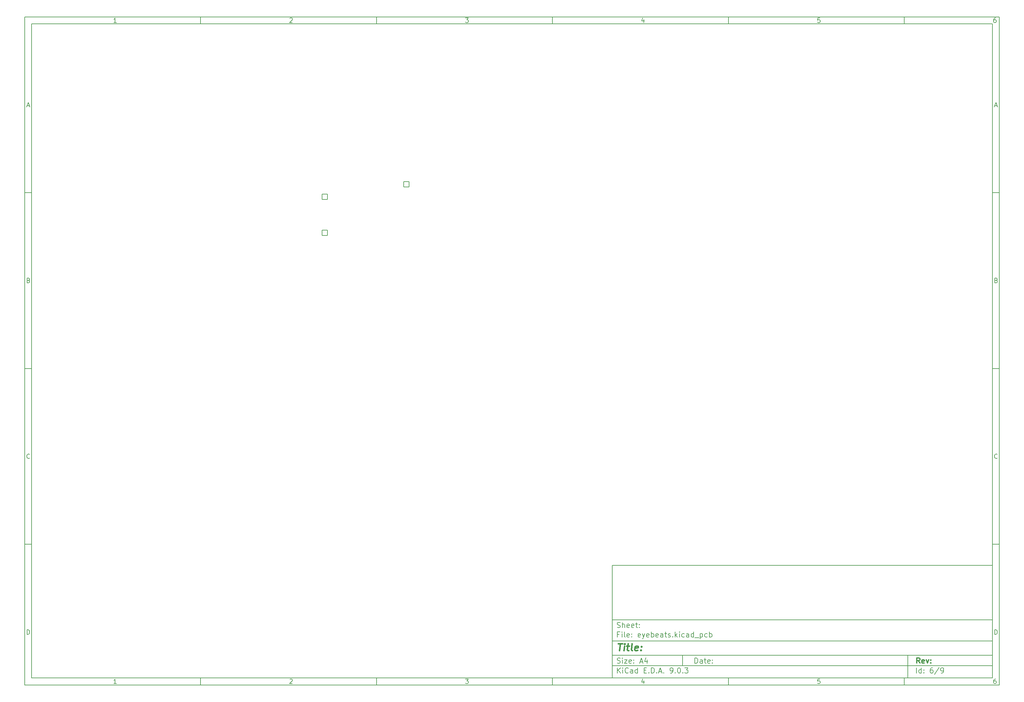
<source format=gbo>
%TF.GenerationSoftware,KiCad,Pcbnew,9.0.3*%
%TF.CreationDate,2025-08-03T00:48:55+01:00*%
%TF.ProjectId,eyebeats,65796562-6561-4747-932e-6b696361645f,rev?*%
%TF.SameCoordinates,Original*%
%TF.FileFunction,Legend,Bot*%
%TF.FilePolarity,Positive*%
%FSLAX46Y46*%
G04 Gerber Fmt 4.6, Leading zero omitted, Abs format (unit mm)*
G04 Created by KiCad (PCBNEW 9.0.3) date 2025-08-03 00:48:55*
%MOMM*%
%LPD*%
G01*
G04 APERTURE LIST*
G04 Aperture macros list*
%AMRoundRect*
0 Rectangle with rounded corners*
0 $1 Rounding radius*
0 $2 $3 $4 $5 $6 $7 $8 $9 X,Y pos of 4 corners*
0 Add a 4 corners polygon primitive as box body*
4,1,4,$2,$3,$4,$5,$6,$7,$8,$9,$2,$3,0*
0 Add four circle primitives for the rounded corners*
1,1,$1+$1,$2,$3*
1,1,$1+$1,$4,$5*
1,1,$1+$1,$6,$7*
1,1,$1+$1,$8,$9*
0 Add four rect primitives between the rounded corners*
20,1,$1+$1,$2,$3,$4,$5,0*
20,1,$1+$1,$4,$5,$6,$7,0*
20,1,$1+$1,$6,$7,$8,$9,0*
20,1,$1+$1,$8,$9,$2,$3,0*%
G04 Aperture macros list end*
%ADD10C,0.100000*%
%ADD11C,0.150000*%
%ADD12C,0.300000*%
%ADD13C,0.400000*%
%ADD14R,1.800000X1.800000*%
%ADD15C,1.800000*%
%ADD16C,1.400000*%
%ADD17C,1.524000*%
%ADD18C,3.000000*%
%ADD19RoundRect,0.102000X-0.754000X-0.754000X0.754000X-0.754000X0.754000X0.754000X-0.754000X0.754000X0*%
%ADD20C,1.712000*%
%ADD21RoundRect,0.102000X-0.749000X-0.749000X0.749000X-0.749000X0.749000X0.749000X-0.749000X0.749000X0*%
%ADD22C,1.702000*%
G04 APERTURE END LIST*
D10*
D11*
X177002200Y-166007200D02*
X285002200Y-166007200D01*
X285002200Y-198007200D01*
X177002200Y-198007200D01*
X177002200Y-166007200D01*
D10*
D11*
X10000000Y-10000000D02*
X287002200Y-10000000D01*
X287002200Y-200007200D01*
X10000000Y-200007200D01*
X10000000Y-10000000D01*
D10*
D11*
X12000000Y-12000000D02*
X285002200Y-12000000D01*
X285002200Y-198007200D01*
X12000000Y-198007200D01*
X12000000Y-12000000D01*
D10*
D11*
X60000000Y-12000000D02*
X60000000Y-10000000D01*
D10*
D11*
X110000000Y-12000000D02*
X110000000Y-10000000D01*
D10*
D11*
X160000000Y-12000000D02*
X160000000Y-10000000D01*
D10*
D11*
X210000000Y-12000000D02*
X210000000Y-10000000D01*
D10*
D11*
X260000000Y-12000000D02*
X260000000Y-10000000D01*
D10*
D11*
X36089160Y-11593604D02*
X35346303Y-11593604D01*
X35717731Y-11593604D02*
X35717731Y-10293604D01*
X35717731Y-10293604D02*
X35593922Y-10479319D01*
X35593922Y-10479319D02*
X35470112Y-10603128D01*
X35470112Y-10603128D02*
X35346303Y-10665033D01*
D10*
D11*
X85346303Y-10417414D02*
X85408207Y-10355509D01*
X85408207Y-10355509D02*
X85532017Y-10293604D01*
X85532017Y-10293604D02*
X85841541Y-10293604D01*
X85841541Y-10293604D02*
X85965350Y-10355509D01*
X85965350Y-10355509D02*
X86027255Y-10417414D01*
X86027255Y-10417414D02*
X86089160Y-10541223D01*
X86089160Y-10541223D02*
X86089160Y-10665033D01*
X86089160Y-10665033D02*
X86027255Y-10850747D01*
X86027255Y-10850747D02*
X85284398Y-11593604D01*
X85284398Y-11593604D02*
X86089160Y-11593604D01*
D10*
D11*
X135284398Y-10293604D02*
X136089160Y-10293604D01*
X136089160Y-10293604D02*
X135655826Y-10788842D01*
X135655826Y-10788842D02*
X135841541Y-10788842D01*
X135841541Y-10788842D02*
X135965350Y-10850747D01*
X135965350Y-10850747D02*
X136027255Y-10912652D01*
X136027255Y-10912652D02*
X136089160Y-11036461D01*
X136089160Y-11036461D02*
X136089160Y-11345985D01*
X136089160Y-11345985D02*
X136027255Y-11469795D01*
X136027255Y-11469795D02*
X135965350Y-11531700D01*
X135965350Y-11531700D02*
X135841541Y-11593604D01*
X135841541Y-11593604D02*
X135470112Y-11593604D01*
X135470112Y-11593604D02*
X135346303Y-11531700D01*
X135346303Y-11531700D02*
X135284398Y-11469795D01*
D10*
D11*
X185965350Y-10726938D02*
X185965350Y-11593604D01*
X185655826Y-10231700D02*
X185346303Y-11160271D01*
X185346303Y-11160271D02*
X186151064Y-11160271D01*
D10*
D11*
X236027255Y-10293604D02*
X235408207Y-10293604D01*
X235408207Y-10293604D02*
X235346303Y-10912652D01*
X235346303Y-10912652D02*
X235408207Y-10850747D01*
X235408207Y-10850747D02*
X235532017Y-10788842D01*
X235532017Y-10788842D02*
X235841541Y-10788842D01*
X235841541Y-10788842D02*
X235965350Y-10850747D01*
X235965350Y-10850747D02*
X236027255Y-10912652D01*
X236027255Y-10912652D02*
X236089160Y-11036461D01*
X236089160Y-11036461D02*
X236089160Y-11345985D01*
X236089160Y-11345985D02*
X236027255Y-11469795D01*
X236027255Y-11469795D02*
X235965350Y-11531700D01*
X235965350Y-11531700D02*
X235841541Y-11593604D01*
X235841541Y-11593604D02*
X235532017Y-11593604D01*
X235532017Y-11593604D02*
X235408207Y-11531700D01*
X235408207Y-11531700D02*
X235346303Y-11469795D01*
D10*
D11*
X285965350Y-10293604D02*
X285717731Y-10293604D01*
X285717731Y-10293604D02*
X285593922Y-10355509D01*
X285593922Y-10355509D02*
X285532017Y-10417414D01*
X285532017Y-10417414D02*
X285408207Y-10603128D01*
X285408207Y-10603128D02*
X285346303Y-10850747D01*
X285346303Y-10850747D02*
X285346303Y-11345985D01*
X285346303Y-11345985D02*
X285408207Y-11469795D01*
X285408207Y-11469795D02*
X285470112Y-11531700D01*
X285470112Y-11531700D02*
X285593922Y-11593604D01*
X285593922Y-11593604D02*
X285841541Y-11593604D01*
X285841541Y-11593604D02*
X285965350Y-11531700D01*
X285965350Y-11531700D02*
X286027255Y-11469795D01*
X286027255Y-11469795D02*
X286089160Y-11345985D01*
X286089160Y-11345985D02*
X286089160Y-11036461D01*
X286089160Y-11036461D02*
X286027255Y-10912652D01*
X286027255Y-10912652D02*
X285965350Y-10850747D01*
X285965350Y-10850747D02*
X285841541Y-10788842D01*
X285841541Y-10788842D02*
X285593922Y-10788842D01*
X285593922Y-10788842D02*
X285470112Y-10850747D01*
X285470112Y-10850747D02*
X285408207Y-10912652D01*
X285408207Y-10912652D02*
X285346303Y-11036461D01*
D10*
D11*
X60000000Y-198007200D02*
X60000000Y-200007200D01*
D10*
D11*
X110000000Y-198007200D02*
X110000000Y-200007200D01*
D10*
D11*
X160000000Y-198007200D02*
X160000000Y-200007200D01*
D10*
D11*
X210000000Y-198007200D02*
X210000000Y-200007200D01*
D10*
D11*
X260000000Y-198007200D02*
X260000000Y-200007200D01*
D10*
D11*
X36089160Y-199600804D02*
X35346303Y-199600804D01*
X35717731Y-199600804D02*
X35717731Y-198300804D01*
X35717731Y-198300804D02*
X35593922Y-198486519D01*
X35593922Y-198486519D02*
X35470112Y-198610328D01*
X35470112Y-198610328D02*
X35346303Y-198672233D01*
D10*
D11*
X85346303Y-198424614D02*
X85408207Y-198362709D01*
X85408207Y-198362709D02*
X85532017Y-198300804D01*
X85532017Y-198300804D02*
X85841541Y-198300804D01*
X85841541Y-198300804D02*
X85965350Y-198362709D01*
X85965350Y-198362709D02*
X86027255Y-198424614D01*
X86027255Y-198424614D02*
X86089160Y-198548423D01*
X86089160Y-198548423D02*
X86089160Y-198672233D01*
X86089160Y-198672233D02*
X86027255Y-198857947D01*
X86027255Y-198857947D02*
X85284398Y-199600804D01*
X85284398Y-199600804D02*
X86089160Y-199600804D01*
D10*
D11*
X135284398Y-198300804D02*
X136089160Y-198300804D01*
X136089160Y-198300804D02*
X135655826Y-198796042D01*
X135655826Y-198796042D02*
X135841541Y-198796042D01*
X135841541Y-198796042D02*
X135965350Y-198857947D01*
X135965350Y-198857947D02*
X136027255Y-198919852D01*
X136027255Y-198919852D02*
X136089160Y-199043661D01*
X136089160Y-199043661D02*
X136089160Y-199353185D01*
X136089160Y-199353185D02*
X136027255Y-199476995D01*
X136027255Y-199476995D02*
X135965350Y-199538900D01*
X135965350Y-199538900D02*
X135841541Y-199600804D01*
X135841541Y-199600804D02*
X135470112Y-199600804D01*
X135470112Y-199600804D02*
X135346303Y-199538900D01*
X135346303Y-199538900D02*
X135284398Y-199476995D01*
D10*
D11*
X185965350Y-198734138D02*
X185965350Y-199600804D01*
X185655826Y-198238900D02*
X185346303Y-199167471D01*
X185346303Y-199167471D02*
X186151064Y-199167471D01*
D10*
D11*
X236027255Y-198300804D02*
X235408207Y-198300804D01*
X235408207Y-198300804D02*
X235346303Y-198919852D01*
X235346303Y-198919852D02*
X235408207Y-198857947D01*
X235408207Y-198857947D02*
X235532017Y-198796042D01*
X235532017Y-198796042D02*
X235841541Y-198796042D01*
X235841541Y-198796042D02*
X235965350Y-198857947D01*
X235965350Y-198857947D02*
X236027255Y-198919852D01*
X236027255Y-198919852D02*
X236089160Y-199043661D01*
X236089160Y-199043661D02*
X236089160Y-199353185D01*
X236089160Y-199353185D02*
X236027255Y-199476995D01*
X236027255Y-199476995D02*
X235965350Y-199538900D01*
X235965350Y-199538900D02*
X235841541Y-199600804D01*
X235841541Y-199600804D02*
X235532017Y-199600804D01*
X235532017Y-199600804D02*
X235408207Y-199538900D01*
X235408207Y-199538900D02*
X235346303Y-199476995D01*
D10*
D11*
X285965350Y-198300804D02*
X285717731Y-198300804D01*
X285717731Y-198300804D02*
X285593922Y-198362709D01*
X285593922Y-198362709D02*
X285532017Y-198424614D01*
X285532017Y-198424614D02*
X285408207Y-198610328D01*
X285408207Y-198610328D02*
X285346303Y-198857947D01*
X285346303Y-198857947D02*
X285346303Y-199353185D01*
X285346303Y-199353185D02*
X285408207Y-199476995D01*
X285408207Y-199476995D02*
X285470112Y-199538900D01*
X285470112Y-199538900D02*
X285593922Y-199600804D01*
X285593922Y-199600804D02*
X285841541Y-199600804D01*
X285841541Y-199600804D02*
X285965350Y-199538900D01*
X285965350Y-199538900D02*
X286027255Y-199476995D01*
X286027255Y-199476995D02*
X286089160Y-199353185D01*
X286089160Y-199353185D02*
X286089160Y-199043661D01*
X286089160Y-199043661D02*
X286027255Y-198919852D01*
X286027255Y-198919852D02*
X285965350Y-198857947D01*
X285965350Y-198857947D02*
X285841541Y-198796042D01*
X285841541Y-198796042D02*
X285593922Y-198796042D01*
X285593922Y-198796042D02*
X285470112Y-198857947D01*
X285470112Y-198857947D02*
X285408207Y-198919852D01*
X285408207Y-198919852D02*
X285346303Y-199043661D01*
D10*
D11*
X10000000Y-60000000D02*
X12000000Y-60000000D01*
D10*
D11*
X10000000Y-110000000D02*
X12000000Y-110000000D01*
D10*
D11*
X10000000Y-160000000D02*
X12000000Y-160000000D01*
D10*
D11*
X10690476Y-35222176D02*
X11309523Y-35222176D01*
X10566666Y-35593604D02*
X10999999Y-34293604D01*
X10999999Y-34293604D02*
X11433333Y-35593604D01*
D10*
D11*
X11092857Y-84912652D02*
X11278571Y-84974557D01*
X11278571Y-84974557D02*
X11340476Y-85036461D01*
X11340476Y-85036461D02*
X11402380Y-85160271D01*
X11402380Y-85160271D02*
X11402380Y-85345985D01*
X11402380Y-85345985D02*
X11340476Y-85469795D01*
X11340476Y-85469795D02*
X11278571Y-85531700D01*
X11278571Y-85531700D02*
X11154761Y-85593604D01*
X11154761Y-85593604D02*
X10659523Y-85593604D01*
X10659523Y-85593604D02*
X10659523Y-84293604D01*
X10659523Y-84293604D02*
X11092857Y-84293604D01*
X11092857Y-84293604D02*
X11216666Y-84355509D01*
X11216666Y-84355509D02*
X11278571Y-84417414D01*
X11278571Y-84417414D02*
X11340476Y-84541223D01*
X11340476Y-84541223D02*
X11340476Y-84665033D01*
X11340476Y-84665033D02*
X11278571Y-84788842D01*
X11278571Y-84788842D02*
X11216666Y-84850747D01*
X11216666Y-84850747D02*
X11092857Y-84912652D01*
X11092857Y-84912652D02*
X10659523Y-84912652D01*
D10*
D11*
X11402380Y-135469795D02*
X11340476Y-135531700D01*
X11340476Y-135531700D02*
X11154761Y-135593604D01*
X11154761Y-135593604D02*
X11030952Y-135593604D01*
X11030952Y-135593604D02*
X10845238Y-135531700D01*
X10845238Y-135531700D02*
X10721428Y-135407890D01*
X10721428Y-135407890D02*
X10659523Y-135284080D01*
X10659523Y-135284080D02*
X10597619Y-135036461D01*
X10597619Y-135036461D02*
X10597619Y-134850747D01*
X10597619Y-134850747D02*
X10659523Y-134603128D01*
X10659523Y-134603128D02*
X10721428Y-134479319D01*
X10721428Y-134479319D02*
X10845238Y-134355509D01*
X10845238Y-134355509D02*
X11030952Y-134293604D01*
X11030952Y-134293604D02*
X11154761Y-134293604D01*
X11154761Y-134293604D02*
X11340476Y-134355509D01*
X11340476Y-134355509D02*
X11402380Y-134417414D01*
D10*
D11*
X10659523Y-185593604D02*
X10659523Y-184293604D01*
X10659523Y-184293604D02*
X10969047Y-184293604D01*
X10969047Y-184293604D02*
X11154761Y-184355509D01*
X11154761Y-184355509D02*
X11278571Y-184479319D01*
X11278571Y-184479319D02*
X11340476Y-184603128D01*
X11340476Y-184603128D02*
X11402380Y-184850747D01*
X11402380Y-184850747D02*
X11402380Y-185036461D01*
X11402380Y-185036461D02*
X11340476Y-185284080D01*
X11340476Y-185284080D02*
X11278571Y-185407890D01*
X11278571Y-185407890D02*
X11154761Y-185531700D01*
X11154761Y-185531700D02*
X10969047Y-185593604D01*
X10969047Y-185593604D02*
X10659523Y-185593604D01*
D10*
D11*
X287002200Y-60000000D02*
X285002200Y-60000000D01*
D10*
D11*
X287002200Y-110000000D02*
X285002200Y-110000000D01*
D10*
D11*
X287002200Y-160000000D02*
X285002200Y-160000000D01*
D10*
D11*
X285692676Y-35222176D02*
X286311723Y-35222176D01*
X285568866Y-35593604D02*
X286002199Y-34293604D01*
X286002199Y-34293604D02*
X286435533Y-35593604D01*
D10*
D11*
X286095057Y-84912652D02*
X286280771Y-84974557D01*
X286280771Y-84974557D02*
X286342676Y-85036461D01*
X286342676Y-85036461D02*
X286404580Y-85160271D01*
X286404580Y-85160271D02*
X286404580Y-85345985D01*
X286404580Y-85345985D02*
X286342676Y-85469795D01*
X286342676Y-85469795D02*
X286280771Y-85531700D01*
X286280771Y-85531700D02*
X286156961Y-85593604D01*
X286156961Y-85593604D02*
X285661723Y-85593604D01*
X285661723Y-85593604D02*
X285661723Y-84293604D01*
X285661723Y-84293604D02*
X286095057Y-84293604D01*
X286095057Y-84293604D02*
X286218866Y-84355509D01*
X286218866Y-84355509D02*
X286280771Y-84417414D01*
X286280771Y-84417414D02*
X286342676Y-84541223D01*
X286342676Y-84541223D02*
X286342676Y-84665033D01*
X286342676Y-84665033D02*
X286280771Y-84788842D01*
X286280771Y-84788842D02*
X286218866Y-84850747D01*
X286218866Y-84850747D02*
X286095057Y-84912652D01*
X286095057Y-84912652D02*
X285661723Y-84912652D01*
D10*
D11*
X286404580Y-135469795D02*
X286342676Y-135531700D01*
X286342676Y-135531700D02*
X286156961Y-135593604D01*
X286156961Y-135593604D02*
X286033152Y-135593604D01*
X286033152Y-135593604D02*
X285847438Y-135531700D01*
X285847438Y-135531700D02*
X285723628Y-135407890D01*
X285723628Y-135407890D02*
X285661723Y-135284080D01*
X285661723Y-135284080D02*
X285599819Y-135036461D01*
X285599819Y-135036461D02*
X285599819Y-134850747D01*
X285599819Y-134850747D02*
X285661723Y-134603128D01*
X285661723Y-134603128D02*
X285723628Y-134479319D01*
X285723628Y-134479319D02*
X285847438Y-134355509D01*
X285847438Y-134355509D02*
X286033152Y-134293604D01*
X286033152Y-134293604D02*
X286156961Y-134293604D01*
X286156961Y-134293604D02*
X286342676Y-134355509D01*
X286342676Y-134355509D02*
X286404580Y-134417414D01*
D10*
D11*
X285661723Y-185593604D02*
X285661723Y-184293604D01*
X285661723Y-184293604D02*
X285971247Y-184293604D01*
X285971247Y-184293604D02*
X286156961Y-184355509D01*
X286156961Y-184355509D02*
X286280771Y-184479319D01*
X286280771Y-184479319D02*
X286342676Y-184603128D01*
X286342676Y-184603128D02*
X286404580Y-184850747D01*
X286404580Y-184850747D02*
X286404580Y-185036461D01*
X286404580Y-185036461D02*
X286342676Y-185284080D01*
X286342676Y-185284080D02*
X286280771Y-185407890D01*
X286280771Y-185407890D02*
X286156961Y-185531700D01*
X286156961Y-185531700D02*
X285971247Y-185593604D01*
X285971247Y-185593604D02*
X285661723Y-185593604D01*
D10*
D11*
X200458026Y-193793328D02*
X200458026Y-192293328D01*
X200458026Y-192293328D02*
X200815169Y-192293328D01*
X200815169Y-192293328D02*
X201029455Y-192364757D01*
X201029455Y-192364757D02*
X201172312Y-192507614D01*
X201172312Y-192507614D02*
X201243741Y-192650471D01*
X201243741Y-192650471D02*
X201315169Y-192936185D01*
X201315169Y-192936185D02*
X201315169Y-193150471D01*
X201315169Y-193150471D02*
X201243741Y-193436185D01*
X201243741Y-193436185D02*
X201172312Y-193579042D01*
X201172312Y-193579042D02*
X201029455Y-193721900D01*
X201029455Y-193721900D02*
X200815169Y-193793328D01*
X200815169Y-193793328D02*
X200458026Y-193793328D01*
X202600884Y-193793328D02*
X202600884Y-193007614D01*
X202600884Y-193007614D02*
X202529455Y-192864757D01*
X202529455Y-192864757D02*
X202386598Y-192793328D01*
X202386598Y-192793328D02*
X202100884Y-192793328D01*
X202100884Y-192793328D02*
X201958026Y-192864757D01*
X202600884Y-193721900D02*
X202458026Y-193793328D01*
X202458026Y-193793328D02*
X202100884Y-193793328D01*
X202100884Y-193793328D02*
X201958026Y-193721900D01*
X201958026Y-193721900D02*
X201886598Y-193579042D01*
X201886598Y-193579042D02*
X201886598Y-193436185D01*
X201886598Y-193436185D02*
X201958026Y-193293328D01*
X201958026Y-193293328D02*
X202100884Y-193221900D01*
X202100884Y-193221900D02*
X202458026Y-193221900D01*
X202458026Y-193221900D02*
X202600884Y-193150471D01*
X203100884Y-192793328D02*
X203672312Y-192793328D01*
X203315169Y-192293328D02*
X203315169Y-193579042D01*
X203315169Y-193579042D02*
X203386598Y-193721900D01*
X203386598Y-193721900D02*
X203529455Y-193793328D01*
X203529455Y-193793328D02*
X203672312Y-193793328D01*
X204743741Y-193721900D02*
X204600884Y-193793328D01*
X204600884Y-193793328D02*
X204315170Y-193793328D01*
X204315170Y-193793328D02*
X204172312Y-193721900D01*
X204172312Y-193721900D02*
X204100884Y-193579042D01*
X204100884Y-193579042D02*
X204100884Y-193007614D01*
X204100884Y-193007614D02*
X204172312Y-192864757D01*
X204172312Y-192864757D02*
X204315170Y-192793328D01*
X204315170Y-192793328D02*
X204600884Y-192793328D01*
X204600884Y-192793328D02*
X204743741Y-192864757D01*
X204743741Y-192864757D02*
X204815170Y-193007614D01*
X204815170Y-193007614D02*
X204815170Y-193150471D01*
X204815170Y-193150471D02*
X204100884Y-193293328D01*
X205458026Y-193650471D02*
X205529455Y-193721900D01*
X205529455Y-193721900D02*
X205458026Y-193793328D01*
X205458026Y-193793328D02*
X205386598Y-193721900D01*
X205386598Y-193721900D02*
X205458026Y-193650471D01*
X205458026Y-193650471D02*
X205458026Y-193793328D01*
X205458026Y-192864757D02*
X205529455Y-192936185D01*
X205529455Y-192936185D02*
X205458026Y-193007614D01*
X205458026Y-193007614D02*
X205386598Y-192936185D01*
X205386598Y-192936185D02*
X205458026Y-192864757D01*
X205458026Y-192864757D02*
X205458026Y-193007614D01*
D10*
D11*
X177002200Y-194507200D02*
X285002200Y-194507200D01*
D10*
D11*
X178458026Y-196593328D02*
X178458026Y-195093328D01*
X179315169Y-196593328D02*
X178672312Y-195736185D01*
X179315169Y-195093328D02*
X178458026Y-195950471D01*
X179958026Y-196593328D02*
X179958026Y-195593328D01*
X179958026Y-195093328D02*
X179886598Y-195164757D01*
X179886598Y-195164757D02*
X179958026Y-195236185D01*
X179958026Y-195236185D02*
X180029455Y-195164757D01*
X180029455Y-195164757D02*
X179958026Y-195093328D01*
X179958026Y-195093328D02*
X179958026Y-195236185D01*
X181529455Y-196450471D02*
X181458027Y-196521900D01*
X181458027Y-196521900D02*
X181243741Y-196593328D01*
X181243741Y-196593328D02*
X181100884Y-196593328D01*
X181100884Y-196593328D02*
X180886598Y-196521900D01*
X180886598Y-196521900D02*
X180743741Y-196379042D01*
X180743741Y-196379042D02*
X180672312Y-196236185D01*
X180672312Y-196236185D02*
X180600884Y-195950471D01*
X180600884Y-195950471D02*
X180600884Y-195736185D01*
X180600884Y-195736185D02*
X180672312Y-195450471D01*
X180672312Y-195450471D02*
X180743741Y-195307614D01*
X180743741Y-195307614D02*
X180886598Y-195164757D01*
X180886598Y-195164757D02*
X181100884Y-195093328D01*
X181100884Y-195093328D02*
X181243741Y-195093328D01*
X181243741Y-195093328D02*
X181458027Y-195164757D01*
X181458027Y-195164757D02*
X181529455Y-195236185D01*
X182815170Y-196593328D02*
X182815170Y-195807614D01*
X182815170Y-195807614D02*
X182743741Y-195664757D01*
X182743741Y-195664757D02*
X182600884Y-195593328D01*
X182600884Y-195593328D02*
X182315170Y-195593328D01*
X182315170Y-195593328D02*
X182172312Y-195664757D01*
X182815170Y-196521900D02*
X182672312Y-196593328D01*
X182672312Y-196593328D02*
X182315170Y-196593328D01*
X182315170Y-196593328D02*
X182172312Y-196521900D01*
X182172312Y-196521900D02*
X182100884Y-196379042D01*
X182100884Y-196379042D02*
X182100884Y-196236185D01*
X182100884Y-196236185D02*
X182172312Y-196093328D01*
X182172312Y-196093328D02*
X182315170Y-196021900D01*
X182315170Y-196021900D02*
X182672312Y-196021900D01*
X182672312Y-196021900D02*
X182815170Y-195950471D01*
X184172313Y-196593328D02*
X184172313Y-195093328D01*
X184172313Y-196521900D02*
X184029455Y-196593328D01*
X184029455Y-196593328D02*
X183743741Y-196593328D01*
X183743741Y-196593328D02*
X183600884Y-196521900D01*
X183600884Y-196521900D02*
X183529455Y-196450471D01*
X183529455Y-196450471D02*
X183458027Y-196307614D01*
X183458027Y-196307614D02*
X183458027Y-195879042D01*
X183458027Y-195879042D02*
X183529455Y-195736185D01*
X183529455Y-195736185D02*
X183600884Y-195664757D01*
X183600884Y-195664757D02*
X183743741Y-195593328D01*
X183743741Y-195593328D02*
X184029455Y-195593328D01*
X184029455Y-195593328D02*
X184172313Y-195664757D01*
X186029455Y-195807614D02*
X186529455Y-195807614D01*
X186743741Y-196593328D02*
X186029455Y-196593328D01*
X186029455Y-196593328D02*
X186029455Y-195093328D01*
X186029455Y-195093328D02*
X186743741Y-195093328D01*
X187386598Y-196450471D02*
X187458027Y-196521900D01*
X187458027Y-196521900D02*
X187386598Y-196593328D01*
X187386598Y-196593328D02*
X187315170Y-196521900D01*
X187315170Y-196521900D02*
X187386598Y-196450471D01*
X187386598Y-196450471D02*
X187386598Y-196593328D01*
X188100884Y-196593328D02*
X188100884Y-195093328D01*
X188100884Y-195093328D02*
X188458027Y-195093328D01*
X188458027Y-195093328D02*
X188672313Y-195164757D01*
X188672313Y-195164757D02*
X188815170Y-195307614D01*
X188815170Y-195307614D02*
X188886599Y-195450471D01*
X188886599Y-195450471D02*
X188958027Y-195736185D01*
X188958027Y-195736185D02*
X188958027Y-195950471D01*
X188958027Y-195950471D02*
X188886599Y-196236185D01*
X188886599Y-196236185D02*
X188815170Y-196379042D01*
X188815170Y-196379042D02*
X188672313Y-196521900D01*
X188672313Y-196521900D02*
X188458027Y-196593328D01*
X188458027Y-196593328D02*
X188100884Y-196593328D01*
X189600884Y-196450471D02*
X189672313Y-196521900D01*
X189672313Y-196521900D02*
X189600884Y-196593328D01*
X189600884Y-196593328D02*
X189529456Y-196521900D01*
X189529456Y-196521900D02*
X189600884Y-196450471D01*
X189600884Y-196450471D02*
X189600884Y-196593328D01*
X190243742Y-196164757D02*
X190958028Y-196164757D01*
X190100885Y-196593328D02*
X190600885Y-195093328D01*
X190600885Y-195093328D02*
X191100885Y-196593328D01*
X191600884Y-196450471D02*
X191672313Y-196521900D01*
X191672313Y-196521900D02*
X191600884Y-196593328D01*
X191600884Y-196593328D02*
X191529456Y-196521900D01*
X191529456Y-196521900D02*
X191600884Y-196450471D01*
X191600884Y-196450471D02*
X191600884Y-196593328D01*
X193529456Y-196593328D02*
X193815170Y-196593328D01*
X193815170Y-196593328D02*
X193958027Y-196521900D01*
X193958027Y-196521900D02*
X194029456Y-196450471D01*
X194029456Y-196450471D02*
X194172313Y-196236185D01*
X194172313Y-196236185D02*
X194243742Y-195950471D01*
X194243742Y-195950471D02*
X194243742Y-195379042D01*
X194243742Y-195379042D02*
X194172313Y-195236185D01*
X194172313Y-195236185D02*
X194100885Y-195164757D01*
X194100885Y-195164757D02*
X193958027Y-195093328D01*
X193958027Y-195093328D02*
X193672313Y-195093328D01*
X193672313Y-195093328D02*
X193529456Y-195164757D01*
X193529456Y-195164757D02*
X193458027Y-195236185D01*
X193458027Y-195236185D02*
X193386599Y-195379042D01*
X193386599Y-195379042D02*
X193386599Y-195736185D01*
X193386599Y-195736185D02*
X193458027Y-195879042D01*
X193458027Y-195879042D02*
X193529456Y-195950471D01*
X193529456Y-195950471D02*
X193672313Y-196021900D01*
X193672313Y-196021900D02*
X193958027Y-196021900D01*
X193958027Y-196021900D02*
X194100885Y-195950471D01*
X194100885Y-195950471D02*
X194172313Y-195879042D01*
X194172313Y-195879042D02*
X194243742Y-195736185D01*
X194886598Y-196450471D02*
X194958027Y-196521900D01*
X194958027Y-196521900D02*
X194886598Y-196593328D01*
X194886598Y-196593328D02*
X194815170Y-196521900D01*
X194815170Y-196521900D02*
X194886598Y-196450471D01*
X194886598Y-196450471D02*
X194886598Y-196593328D01*
X195886599Y-195093328D02*
X196029456Y-195093328D01*
X196029456Y-195093328D02*
X196172313Y-195164757D01*
X196172313Y-195164757D02*
X196243742Y-195236185D01*
X196243742Y-195236185D02*
X196315170Y-195379042D01*
X196315170Y-195379042D02*
X196386599Y-195664757D01*
X196386599Y-195664757D02*
X196386599Y-196021900D01*
X196386599Y-196021900D02*
X196315170Y-196307614D01*
X196315170Y-196307614D02*
X196243742Y-196450471D01*
X196243742Y-196450471D02*
X196172313Y-196521900D01*
X196172313Y-196521900D02*
X196029456Y-196593328D01*
X196029456Y-196593328D02*
X195886599Y-196593328D01*
X195886599Y-196593328D02*
X195743742Y-196521900D01*
X195743742Y-196521900D02*
X195672313Y-196450471D01*
X195672313Y-196450471D02*
X195600884Y-196307614D01*
X195600884Y-196307614D02*
X195529456Y-196021900D01*
X195529456Y-196021900D02*
X195529456Y-195664757D01*
X195529456Y-195664757D02*
X195600884Y-195379042D01*
X195600884Y-195379042D02*
X195672313Y-195236185D01*
X195672313Y-195236185D02*
X195743742Y-195164757D01*
X195743742Y-195164757D02*
X195886599Y-195093328D01*
X197029455Y-196450471D02*
X197100884Y-196521900D01*
X197100884Y-196521900D02*
X197029455Y-196593328D01*
X197029455Y-196593328D02*
X196958027Y-196521900D01*
X196958027Y-196521900D02*
X197029455Y-196450471D01*
X197029455Y-196450471D02*
X197029455Y-196593328D01*
X197600884Y-195093328D02*
X198529456Y-195093328D01*
X198529456Y-195093328D02*
X198029456Y-195664757D01*
X198029456Y-195664757D02*
X198243741Y-195664757D01*
X198243741Y-195664757D02*
X198386599Y-195736185D01*
X198386599Y-195736185D02*
X198458027Y-195807614D01*
X198458027Y-195807614D02*
X198529456Y-195950471D01*
X198529456Y-195950471D02*
X198529456Y-196307614D01*
X198529456Y-196307614D02*
X198458027Y-196450471D01*
X198458027Y-196450471D02*
X198386599Y-196521900D01*
X198386599Y-196521900D02*
X198243741Y-196593328D01*
X198243741Y-196593328D02*
X197815170Y-196593328D01*
X197815170Y-196593328D02*
X197672313Y-196521900D01*
X197672313Y-196521900D02*
X197600884Y-196450471D01*
D10*
D11*
X177002200Y-191507200D02*
X285002200Y-191507200D01*
D10*
D12*
X264413853Y-193785528D02*
X263913853Y-193071242D01*
X263556710Y-193785528D02*
X263556710Y-192285528D01*
X263556710Y-192285528D02*
X264128139Y-192285528D01*
X264128139Y-192285528D02*
X264270996Y-192356957D01*
X264270996Y-192356957D02*
X264342425Y-192428385D01*
X264342425Y-192428385D02*
X264413853Y-192571242D01*
X264413853Y-192571242D02*
X264413853Y-192785528D01*
X264413853Y-192785528D02*
X264342425Y-192928385D01*
X264342425Y-192928385D02*
X264270996Y-192999814D01*
X264270996Y-192999814D02*
X264128139Y-193071242D01*
X264128139Y-193071242D02*
X263556710Y-193071242D01*
X265628139Y-193714100D02*
X265485282Y-193785528D01*
X265485282Y-193785528D02*
X265199568Y-193785528D01*
X265199568Y-193785528D02*
X265056710Y-193714100D01*
X265056710Y-193714100D02*
X264985282Y-193571242D01*
X264985282Y-193571242D02*
X264985282Y-192999814D01*
X264985282Y-192999814D02*
X265056710Y-192856957D01*
X265056710Y-192856957D02*
X265199568Y-192785528D01*
X265199568Y-192785528D02*
X265485282Y-192785528D01*
X265485282Y-192785528D02*
X265628139Y-192856957D01*
X265628139Y-192856957D02*
X265699568Y-192999814D01*
X265699568Y-192999814D02*
X265699568Y-193142671D01*
X265699568Y-193142671D02*
X264985282Y-193285528D01*
X266199567Y-192785528D02*
X266556710Y-193785528D01*
X266556710Y-193785528D02*
X266913853Y-192785528D01*
X267485281Y-193642671D02*
X267556710Y-193714100D01*
X267556710Y-193714100D02*
X267485281Y-193785528D01*
X267485281Y-193785528D02*
X267413853Y-193714100D01*
X267413853Y-193714100D02*
X267485281Y-193642671D01*
X267485281Y-193642671D02*
X267485281Y-193785528D01*
X267485281Y-192856957D02*
X267556710Y-192928385D01*
X267556710Y-192928385D02*
X267485281Y-192999814D01*
X267485281Y-192999814D02*
X267413853Y-192928385D01*
X267413853Y-192928385D02*
X267485281Y-192856957D01*
X267485281Y-192856957D02*
X267485281Y-192999814D01*
D10*
D11*
X178386598Y-193721900D02*
X178600884Y-193793328D01*
X178600884Y-193793328D02*
X178958026Y-193793328D01*
X178958026Y-193793328D02*
X179100884Y-193721900D01*
X179100884Y-193721900D02*
X179172312Y-193650471D01*
X179172312Y-193650471D02*
X179243741Y-193507614D01*
X179243741Y-193507614D02*
X179243741Y-193364757D01*
X179243741Y-193364757D02*
X179172312Y-193221900D01*
X179172312Y-193221900D02*
X179100884Y-193150471D01*
X179100884Y-193150471D02*
X178958026Y-193079042D01*
X178958026Y-193079042D02*
X178672312Y-193007614D01*
X178672312Y-193007614D02*
X178529455Y-192936185D01*
X178529455Y-192936185D02*
X178458026Y-192864757D01*
X178458026Y-192864757D02*
X178386598Y-192721900D01*
X178386598Y-192721900D02*
X178386598Y-192579042D01*
X178386598Y-192579042D02*
X178458026Y-192436185D01*
X178458026Y-192436185D02*
X178529455Y-192364757D01*
X178529455Y-192364757D02*
X178672312Y-192293328D01*
X178672312Y-192293328D02*
X179029455Y-192293328D01*
X179029455Y-192293328D02*
X179243741Y-192364757D01*
X179886597Y-193793328D02*
X179886597Y-192793328D01*
X179886597Y-192293328D02*
X179815169Y-192364757D01*
X179815169Y-192364757D02*
X179886597Y-192436185D01*
X179886597Y-192436185D02*
X179958026Y-192364757D01*
X179958026Y-192364757D02*
X179886597Y-192293328D01*
X179886597Y-192293328D02*
X179886597Y-192436185D01*
X180458026Y-192793328D02*
X181243741Y-192793328D01*
X181243741Y-192793328D02*
X180458026Y-193793328D01*
X180458026Y-193793328D02*
X181243741Y-193793328D01*
X182386598Y-193721900D02*
X182243741Y-193793328D01*
X182243741Y-193793328D02*
X181958027Y-193793328D01*
X181958027Y-193793328D02*
X181815169Y-193721900D01*
X181815169Y-193721900D02*
X181743741Y-193579042D01*
X181743741Y-193579042D02*
X181743741Y-193007614D01*
X181743741Y-193007614D02*
X181815169Y-192864757D01*
X181815169Y-192864757D02*
X181958027Y-192793328D01*
X181958027Y-192793328D02*
X182243741Y-192793328D01*
X182243741Y-192793328D02*
X182386598Y-192864757D01*
X182386598Y-192864757D02*
X182458027Y-193007614D01*
X182458027Y-193007614D02*
X182458027Y-193150471D01*
X182458027Y-193150471D02*
X181743741Y-193293328D01*
X183100883Y-193650471D02*
X183172312Y-193721900D01*
X183172312Y-193721900D02*
X183100883Y-193793328D01*
X183100883Y-193793328D02*
X183029455Y-193721900D01*
X183029455Y-193721900D02*
X183100883Y-193650471D01*
X183100883Y-193650471D02*
X183100883Y-193793328D01*
X183100883Y-192864757D02*
X183172312Y-192936185D01*
X183172312Y-192936185D02*
X183100883Y-193007614D01*
X183100883Y-193007614D02*
X183029455Y-192936185D01*
X183029455Y-192936185D02*
X183100883Y-192864757D01*
X183100883Y-192864757D02*
X183100883Y-193007614D01*
X184886598Y-193364757D02*
X185600884Y-193364757D01*
X184743741Y-193793328D02*
X185243741Y-192293328D01*
X185243741Y-192293328D02*
X185743741Y-193793328D01*
X186886598Y-192793328D02*
X186886598Y-193793328D01*
X186529455Y-192221900D02*
X186172312Y-193293328D01*
X186172312Y-193293328D02*
X187100883Y-193293328D01*
D10*
D11*
X263458026Y-196593328D02*
X263458026Y-195093328D01*
X264815170Y-196593328D02*
X264815170Y-195093328D01*
X264815170Y-196521900D02*
X264672312Y-196593328D01*
X264672312Y-196593328D02*
X264386598Y-196593328D01*
X264386598Y-196593328D02*
X264243741Y-196521900D01*
X264243741Y-196521900D02*
X264172312Y-196450471D01*
X264172312Y-196450471D02*
X264100884Y-196307614D01*
X264100884Y-196307614D02*
X264100884Y-195879042D01*
X264100884Y-195879042D02*
X264172312Y-195736185D01*
X264172312Y-195736185D02*
X264243741Y-195664757D01*
X264243741Y-195664757D02*
X264386598Y-195593328D01*
X264386598Y-195593328D02*
X264672312Y-195593328D01*
X264672312Y-195593328D02*
X264815170Y-195664757D01*
X265529455Y-196450471D02*
X265600884Y-196521900D01*
X265600884Y-196521900D02*
X265529455Y-196593328D01*
X265529455Y-196593328D02*
X265458027Y-196521900D01*
X265458027Y-196521900D02*
X265529455Y-196450471D01*
X265529455Y-196450471D02*
X265529455Y-196593328D01*
X265529455Y-195664757D02*
X265600884Y-195736185D01*
X265600884Y-195736185D02*
X265529455Y-195807614D01*
X265529455Y-195807614D02*
X265458027Y-195736185D01*
X265458027Y-195736185D02*
X265529455Y-195664757D01*
X265529455Y-195664757D02*
X265529455Y-195807614D01*
X268029456Y-195093328D02*
X267743741Y-195093328D01*
X267743741Y-195093328D02*
X267600884Y-195164757D01*
X267600884Y-195164757D02*
X267529456Y-195236185D01*
X267529456Y-195236185D02*
X267386598Y-195450471D01*
X267386598Y-195450471D02*
X267315170Y-195736185D01*
X267315170Y-195736185D02*
X267315170Y-196307614D01*
X267315170Y-196307614D02*
X267386598Y-196450471D01*
X267386598Y-196450471D02*
X267458027Y-196521900D01*
X267458027Y-196521900D02*
X267600884Y-196593328D01*
X267600884Y-196593328D02*
X267886598Y-196593328D01*
X267886598Y-196593328D02*
X268029456Y-196521900D01*
X268029456Y-196521900D02*
X268100884Y-196450471D01*
X268100884Y-196450471D02*
X268172313Y-196307614D01*
X268172313Y-196307614D02*
X268172313Y-195950471D01*
X268172313Y-195950471D02*
X268100884Y-195807614D01*
X268100884Y-195807614D02*
X268029456Y-195736185D01*
X268029456Y-195736185D02*
X267886598Y-195664757D01*
X267886598Y-195664757D02*
X267600884Y-195664757D01*
X267600884Y-195664757D02*
X267458027Y-195736185D01*
X267458027Y-195736185D02*
X267386598Y-195807614D01*
X267386598Y-195807614D02*
X267315170Y-195950471D01*
X269886598Y-195021900D02*
X268600884Y-196950471D01*
X270458027Y-196593328D02*
X270743741Y-196593328D01*
X270743741Y-196593328D02*
X270886598Y-196521900D01*
X270886598Y-196521900D02*
X270958027Y-196450471D01*
X270958027Y-196450471D02*
X271100884Y-196236185D01*
X271100884Y-196236185D02*
X271172313Y-195950471D01*
X271172313Y-195950471D02*
X271172313Y-195379042D01*
X271172313Y-195379042D02*
X271100884Y-195236185D01*
X271100884Y-195236185D02*
X271029456Y-195164757D01*
X271029456Y-195164757D02*
X270886598Y-195093328D01*
X270886598Y-195093328D02*
X270600884Y-195093328D01*
X270600884Y-195093328D02*
X270458027Y-195164757D01*
X270458027Y-195164757D02*
X270386598Y-195236185D01*
X270386598Y-195236185D02*
X270315170Y-195379042D01*
X270315170Y-195379042D02*
X270315170Y-195736185D01*
X270315170Y-195736185D02*
X270386598Y-195879042D01*
X270386598Y-195879042D02*
X270458027Y-195950471D01*
X270458027Y-195950471D02*
X270600884Y-196021900D01*
X270600884Y-196021900D02*
X270886598Y-196021900D01*
X270886598Y-196021900D02*
X271029456Y-195950471D01*
X271029456Y-195950471D02*
X271100884Y-195879042D01*
X271100884Y-195879042D02*
X271172313Y-195736185D01*
D10*
D11*
X177002200Y-187507200D02*
X285002200Y-187507200D01*
D10*
D13*
X178693928Y-188211638D02*
X179836785Y-188211638D01*
X179015357Y-190211638D02*
X179265357Y-188211638D01*
X180253452Y-190211638D02*
X180420119Y-188878304D01*
X180503452Y-188211638D02*
X180396309Y-188306876D01*
X180396309Y-188306876D02*
X180479643Y-188402114D01*
X180479643Y-188402114D02*
X180586786Y-188306876D01*
X180586786Y-188306876D02*
X180503452Y-188211638D01*
X180503452Y-188211638D02*
X180479643Y-188402114D01*
X181086786Y-188878304D02*
X181848690Y-188878304D01*
X181455833Y-188211638D02*
X181241548Y-189925923D01*
X181241548Y-189925923D02*
X181312976Y-190116400D01*
X181312976Y-190116400D02*
X181491548Y-190211638D01*
X181491548Y-190211638D02*
X181682024Y-190211638D01*
X182634405Y-190211638D02*
X182455833Y-190116400D01*
X182455833Y-190116400D02*
X182384405Y-189925923D01*
X182384405Y-189925923D02*
X182598690Y-188211638D01*
X184170119Y-190116400D02*
X183967738Y-190211638D01*
X183967738Y-190211638D02*
X183586785Y-190211638D01*
X183586785Y-190211638D02*
X183408214Y-190116400D01*
X183408214Y-190116400D02*
X183336785Y-189925923D01*
X183336785Y-189925923D02*
X183432024Y-189164019D01*
X183432024Y-189164019D02*
X183551071Y-188973542D01*
X183551071Y-188973542D02*
X183753452Y-188878304D01*
X183753452Y-188878304D02*
X184134404Y-188878304D01*
X184134404Y-188878304D02*
X184312976Y-188973542D01*
X184312976Y-188973542D02*
X184384404Y-189164019D01*
X184384404Y-189164019D02*
X184360595Y-189354495D01*
X184360595Y-189354495D02*
X183384404Y-189544971D01*
X185134405Y-190021161D02*
X185217738Y-190116400D01*
X185217738Y-190116400D02*
X185110595Y-190211638D01*
X185110595Y-190211638D02*
X185027262Y-190116400D01*
X185027262Y-190116400D02*
X185134405Y-190021161D01*
X185134405Y-190021161D02*
X185110595Y-190211638D01*
X185265357Y-188973542D02*
X185348690Y-189068780D01*
X185348690Y-189068780D02*
X185241548Y-189164019D01*
X185241548Y-189164019D02*
X185158214Y-189068780D01*
X185158214Y-189068780D02*
X185265357Y-188973542D01*
X185265357Y-188973542D02*
X185241548Y-189164019D01*
D10*
D11*
X178958026Y-185607614D02*
X178458026Y-185607614D01*
X178458026Y-186393328D02*
X178458026Y-184893328D01*
X178458026Y-184893328D02*
X179172312Y-184893328D01*
X179743740Y-186393328D02*
X179743740Y-185393328D01*
X179743740Y-184893328D02*
X179672312Y-184964757D01*
X179672312Y-184964757D02*
X179743740Y-185036185D01*
X179743740Y-185036185D02*
X179815169Y-184964757D01*
X179815169Y-184964757D02*
X179743740Y-184893328D01*
X179743740Y-184893328D02*
X179743740Y-185036185D01*
X180672312Y-186393328D02*
X180529455Y-186321900D01*
X180529455Y-186321900D02*
X180458026Y-186179042D01*
X180458026Y-186179042D02*
X180458026Y-184893328D01*
X181815169Y-186321900D02*
X181672312Y-186393328D01*
X181672312Y-186393328D02*
X181386598Y-186393328D01*
X181386598Y-186393328D02*
X181243740Y-186321900D01*
X181243740Y-186321900D02*
X181172312Y-186179042D01*
X181172312Y-186179042D02*
X181172312Y-185607614D01*
X181172312Y-185607614D02*
X181243740Y-185464757D01*
X181243740Y-185464757D02*
X181386598Y-185393328D01*
X181386598Y-185393328D02*
X181672312Y-185393328D01*
X181672312Y-185393328D02*
X181815169Y-185464757D01*
X181815169Y-185464757D02*
X181886598Y-185607614D01*
X181886598Y-185607614D02*
X181886598Y-185750471D01*
X181886598Y-185750471D02*
X181172312Y-185893328D01*
X182529454Y-186250471D02*
X182600883Y-186321900D01*
X182600883Y-186321900D02*
X182529454Y-186393328D01*
X182529454Y-186393328D02*
X182458026Y-186321900D01*
X182458026Y-186321900D02*
X182529454Y-186250471D01*
X182529454Y-186250471D02*
X182529454Y-186393328D01*
X182529454Y-185464757D02*
X182600883Y-185536185D01*
X182600883Y-185536185D02*
X182529454Y-185607614D01*
X182529454Y-185607614D02*
X182458026Y-185536185D01*
X182458026Y-185536185D02*
X182529454Y-185464757D01*
X182529454Y-185464757D02*
X182529454Y-185607614D01*
X184958026Y-186321900D02*
X184815169Y-186393328D01*
X184815169Y-186393328D02*
X184529455Y-186393328D01*
X184529455Y-186393328D02*
X184386597Y-186321900D01*
X184386597Y-186321900D02*
X184315169Y-186179042D01*
X184315169Y-186179042D02*
X184315169Y-185607614D01*
X184315169Y-185607614D02*
X184386597Y-185464757D01*
X184386597Y-185464757D02*
X184529455Y-185393328D01*
X184529455Y-185393328D02*
X184815169Y-185393328D01*
X184815169Y-185393328D02*
X184958026Y-185464757D01*
X184958026Y-185464757D02*
X185029455Y-185607614D01*
X185029455Y-185607614D02*
X185029455Y-185750471D01*
X185029455Y-185750471D02*
X184315169Y-185893328D01*
X185529454Y-185393328D02*
X185886597Y-186393328D01*
X186243740Y-185393328D02*
X185886597Y-186393328D01*
X185886597Y-186393328D02*
X185743740Y-186750471D01*
X185743740Y-186750471D02*
X185672311Y-186821900D01*
X185672311Y-186821900D02*
X185529454Y-186893328D01*
X187386597Y-186321900D02*
X187243740Y-186393328D01*
X187243740Y-186393328D02*
X186958026Y-186393328D01*
X186958026Y-186393328D02*
X186815168Y-186321900D01*
X186815168Y-186321900D02*
X186743740Y-186179042D01*
X186743740Y-186179042D02*
X186743740Y-185607614D01*
X186743740Y-185607614D02*
X186815168Y-185464757D01*
X186815168Y-185464757D02*
X186958026Y-185393328D01*
X186958026Y-185393328D02*
X187243740Y-185393328D01*
X187243740Y-185393328D02*
X187386597Y-185464757D01*
X187386597Y-185464757D02*
X187458026Y-185607614D01*
X187458026Y-185607614D02*
X187458026Y-185750471D01*
X187458026Y-185750471D02*
X186743740Y-185893328D01*
X188100882Y-186393328D02*
X188100882Y-184893328D01*
X188100882Y-185464757D02*
X188243740Y-185393328D01*
X188243740Y-185393328D02*
X188529454Y-185393328D01*
X188529454Y-185393328D02*
X188672311Y-185464757D01*
X188672311Y-185464757D02*
X188743740Y-185536185D01*
X188743740Y-185536185D02*
X188815168Y-185679042D01*
X188815168Y-185679042D02*
X188815168Y-186107614D01*
X188815168Y-186107614D02*
X188743740Y-186250471D01*
X188743740Y-186250471D02*
X188672311Y-186321900D01*
X188672311Y-186321900D02*
X188529454Y-186393328D01*
X188529454Y-186393328D02*
X188243740Y-186393328D01*
X188243740Y-186393328D02*
X188100882Y-186321900D01*
X190029454Y-186321900D02*
X189886597Y-186393328D01*
X189886597Y-186393328D02*
X189600883Y-186393328D01*
X189600883Y-186393328D02*
X189458025Y-186321900D01*
X189458025Y-186321900D02*
X189386597Y-186179042D01*
X189386597Y-186179042D02*
X189386597Y-185607614D01*
X189386597Y-185607614D02*
X189458025Y-185464757D01*
X189458025Y-185464757D02*
X189600883Y-185393328D01*
X189600883Y-185393328D02*
X189886597Y-185393328D01*
X189886597Y-185393328D02*
X190029454Y-185464757D01*
X190029454Y-185464757D02*
X190100883Y-185607614D01*
X190100883Y-185607614D02*
X190100883Y-185750471D01*
X190100883Y-185750471D02*
X189386597Y-185893328D01*
X191386597Y-186393328D02*
X191386597Y-185607614D01*
X191386597Y-185607614D02*
X191315168Y-185464757D01*
X191315168Y-185464757D02*
X191172311Y-185393328D01*
X191172311Y-185393328D02*
X190886597Y-185393328D01*
X190886597Y-185393328D02*
X190743739Y-185464757D01*
X191386597Y-186321900D02*
X191243739Y-186393328D01*
X191243739Y-186393328D02*
X190886597Y-186393328D01*
X190886597Y-186393328D02*
X190743739Y-186321900D01*
X190743739Y-186321900D02*
X190672311Y-186179042D01*
X190672311Y-186179042D02*
X190672311Y-186036185D01*
X190672311Y-186036185D02*
X190743739Y-185893328D01*
X190743739Y-185893328D02*
X190886597Y-185821900D01*
X190886597Y-185821900D02*
X191243739Y-185821900D01*
X191243739Y-185821900D02*
X191386597Y-185750471D01*
X191886597Y-185393328D02*
X192458025Y-185393328D01*
X192100882Y-184893328D02*
X192100882Y-186179042D01*
X192100882Y-186179042D02*
X192172311Y-186321900D01*
X192172311Y-186321900D02*
X192315168Y-186393328D01*
X192315168Y-186393328D02*
X192458025Y-186393328D01*
X192886597Y-186321900D02*
X193029454Y-186393328D01*
X193029454Y-186393328D02*
X193315168Y-186393328D01*
X193315168Y-186393328D02*
X193458025Y-186321900D01*
X193458025Y-186321900D02*
X193529454Y-186179042D01*
X193529454Y-186179042D02*
X193529454Y-186107614D01*
X193529454Y-186107614D02*
X193458025Y-185964757D01*
X193458025Y-185964757D02*
X193315168Y-185893328D01*
X193315168Y-185893328D02*
X193100883Y-185893328D01*
X193100883Y-185893328D02*
X192958025Y-185821900D01*
X192958025Y-185821900D02*
X192886597Y-185679042D01*
X192886597Y-185679042D02*
X192886597Y-185607614D01*
X192886597Y-185607614D02*
X192958025Y-185464757D01*
X192958025Y-185464757D02*
X193100883Y-185393328D01*
X193100883Y-185393328D02*
X193315168Y-185393328D01*
X193315168Y-185393328D02*
X193458025Y-185464757D01*
X194172311Y-186250471D02*
X194243740Y-186321900D01*
X194243740Y-186321900D02*
X194172311Y-186393328D01*
X194172311Y-186393328D02*
X194100883Y-186321900D01*
X194100883Y-186321900D02*
X194172311Y-186250471D01*
X194172311Y-186250471D02*
X194172311Y-186393328D01*
X194886597Y-186393328D02*
X194886597Y-184893328D01*
X195029455Y-185821900D02*
X195458026Y-186393328D01*
X195458026Y-185393328D02*
X194886597Y-185964757D01*
X196100883Y-186393328D02*
X196100883Y-185393328D01*
X196100883Y-184893328D02*
X196029455Y-184964757D01*
X196029455Y-184964757D02*
X196100883Y-185036185D01*
X196100883Y-185036185D02*
X196172312Y-184964757D01*
X196172312Y-184964757D02*
X196100883Y-184893328D01*
X196100883Y-184893328D02*
X196100883Y-185036185D01*
X197458027Y-186321900D02*
X197315169Y-186393328D01*
X197315169Y-186393328D02*
X197029455Y-186393328D01*
X197029455Y-186393328D02*
X196886598Y-186321900D01*
X196886598Y-186321900D02*
X196815169Y-186250471D01*
X196815169Y-186250471D02*
X196743741Y-186107614D01*
X196743741Y-186107614D02*
X196743741Y-185679042D01*
X196743741Y-185679042D02*
X196815169Y-185536185D01*
X196815169Y-185536185D02*
X196886598Y-185464757D01*
X196886598Y-185464757D02*
X197029455Y-185393328D01*
X197029455Y-185393328D02*
X197315169Y-185393328D01*
X197315169Y-185393328D02*
X197458027Y-185464757D01*
X198743741Y-186393328D02*
X198743741Y-185607614D01*
X198743741Y-185607614D02*
X198672312Y-185464757D01*
X198672312Y-185464757D02*
X198529455Y-185393328D01*
X198529455Y-185393328D02*
X198243741Y-185393328D01*
X198243741Y-185393328D02*
X198100883Y-185464757D01*
X198743741Y-186321900D02*
X198600883Y-186393328D01*
X198600883Y-186393328D02*
X198243741Y-186393328D01*
X198243741Y-186393328D02*
X198100883Y-186321900D01*
X198100883Y-186321900D02*
X198029455Y-186179042D01*
X198029455Y-186179042D02*
X198029455Y-186036185D01*
X198029455Y-186036185D02*
X198100883Y-185893328D01*
X198100883Y-185893328D02*
X198243741Y-185821900D01*
X198243741Y-185821900D02*
X198600883Y-185821900D01*
X198600883Y-185821900D02*
X198743741Y-185750471D01*
X200100884Y-186393328D02*
X200100884Y-184893328D01*
X200100884Y-186321900D02*
X199958026Y-186393328D01*
X199958026Y-186393328D02*
X199672312Y-186393328D01*
X199672312Y-186393328D02*
X199529455Y-186321900D01*
X199529455Y-186321900D02*
X199458026Y-186250471D01*
X199458026Y-186250471D02*
X199386598Y-186107614D01*
X199386598Y-186107614D02*
X199386598Y-185679042D01*
X199386598Y-185679042D02*
X199458026Y-185536185D01*
X199458026Y-185536185D02*
X199529455Y-185464757D01*
X199529455Y-185464757D02*
X199672312Y-185393328D01*
X199672312Y-185393328D02*
X199958026Y-185393328D01*
X199958026Y-185393328D02*
X200100884Y-185464757D01*
X200458027Y-186536185D02*
X201600884Y-186536185D01*
X201958026Y-185393328D02*
X201958026Y-186893328D01*
X201958026Y-185464757D02*
X202100884Y-185393328D01*
X202100884Y-185393328D02*
X202386598Y-185393328D01*
X202386598Y-185393328D02*
X202529455Y-185464757D01*
X202529455Y-185464757D02*
X202600884Y-185536185D01*
X202600884Y-185536185D02*
X202672312Y-185679042D01*
X202672312Y-185679042D02*
X202672312Y-186107614D01*
X202672312Y-186107614D02*
X202600884Y-186250471D01*
X202600884Y-186250471D02*
X202529455Y-186321900D01*
X202529455Y-186321900D02*
X202386598Y-186393328D01*
X202386598Y-186393328D02*
X202100884Y-186393328D01*
X202100884Y-186393328D02*
X201958026Y-186321900D01*
X203958027Y-186321900D02*
X203815169Y-186393328D01*
X203815169Y-186393328D02*
X203529455Y-186393328D01*
X203529455Y-186393328D02*
X203386598Y-186321900D01*
X203386598Y-186321900D02*
X203315169Y-186250471D01*
X203315169Y-186250471D02*
X203243741Y-186107614D01*
X203243741Y-186107614D02*
X203243741Y-185679042D01*
X203243741Y-185679042D02*
X203315169Y-185536185D01*
X203315169Y-185536185D02*
X203386598Y-185464757D01*
X203386598Y-185464757D02*
X203529455Y-185393328D01*
X203529455Y-185393328D02*
X203815169Y-185393328D01*
X203815169Y-185393328D02*
X203958027Y-185464757D01*
X204600883Y-186393328D02*
X204600883Y-184893328D01*
X204600883Y-185464757D02*
X204743741Y-185393328D01*
X204743741Y-185393328D02*
X205029455Y-185393328D01*
X205029455Y-185393328D02*
X205172312Y-185464757D01*
X205172312Y-185464757D02*
X205243741Y-185536185D01*
X205243741Y-185536185D02*
X205315169Y-185679042D01*
X205315169Y-185679042D02*
X205315169Y-186107614D01*
X205315169Y-186107614D02*
X205243741Y-186250471D01*
X205243741Y-186250471D02*
X205172312Y-186321900D01*
X205172312Y-186321900D02*
X205029455Y-186393328D01*
X205029455Y-186393328D02*
X204743741Y-186393328D01*
X204743741Y-186393328D02*
X204600883Y-186321900D01*
D10*
D11*
X177002200Y-181507200D02*
X285002200Y-181507200D01*
D10*
D11*
X178386598Y-183621900D02*
X178600884Y-183693328D01*
X178600884Y-183693328D02*
X178958026Y-183693328D01*
X178958026Y-183693328D02*
X179100884Y-183621900D01*
X179100884Y-183621900D02*
X179172312Y-183550471D01*
X179172312Y-183550471D02*
X179243741Y-183407614D01*
X179243741Y-183407614D02*
X179243741Y-183264757D01*
X179243741Y-183264757D02*
X179172312Y-183121900D01*
X179172312Y-183121900D02*
X179100884Y-183050471D01*
X179100884Y-183050471D02*
X178958026Y-182979042D01*
X178958026Y-182979042D02*
X178672312Y-182907614D01*
X178672312Y-182907614D02*
X178529455Y-182836185D01*
X178529455Y-182836185D02*
X178458026Y-182764757D01*
X178458026Y-182764757D02*
X178386598Y-182621900D01*
X178386598Y-182621900D02*
X178386598Y-182479042D01*
X178386598Y-182479042D02*
X178458026Y-182336185D01*
X178458026Y-182336185D02*
X178529455Y-182264757D01*
X178529455Y-182264757D02*
X178672312Y-182193328D01*
X178672312Y-182193328D02*
X179029455Y-182193328D01*
X179029455Y-182193328D02*
X179243741Y-182264757D01*
X179886597Y-183693328D02*
X179886597Y-182193328D01*
X180529455Y-183693328D02*
X180529455Y-182907614D01*
X180529455Y-182907614D02*
X180458026Y-182764757D01*
X180458026Y-182764757D02*
X180315169Y-182693328D01*
X180315169Y-182693328D02*
X180100883Y-182693328D01*
X180100883Y-182693328D02*
X179958026Y-182764757D01*
X179958026Y-182764757D02*
X179886597Y-182836185D01*
X181815169Y-183621900D02*
X181672312Y-183693328D01*
X181672312Y-183693328D02*
X181386598Y-183693328D01*
X181386598Y-183693328D02*
X181243740Y-183621900D01*
X181243740Y-183621900D02*
X181172312Y-183479042D01*
X181172312Y-183479042D02*
X181172312Y-182907614D01*
X181172312Y-182907614D02*
X181243740Y-182764757D01*
X181243740Y-182764757D02*
X181386598Y-182693328D01*
X181386598Y-182693328D02*
X181672312Y-182693328D01*
X181672312Y-182693328D02*
X181815169Y-182764757D01*
X181815169Y-182764757D02*
X181886598Y-182907614D01*
X181886598Y-182907614D02*
X181886598Y-183050471D01*
X181886598Y-183050471D02*
X181172312Y-183193328D01*
X183100883Y-183621900D02*
X182958026Y-183693328D01*
X182958026Y-183693328D02*
X182672312Y-183693328D01*
X182672312Y-183693328D02*
X182529454Y-183621900D01*
X182529454Y-183621900D02*
X182458026Y-183479042D01*
X182458026Y-183479042D02*
X182458026Y-182907614D01*
X182458026Y-182907614D02*
X182529454Y-182764757D01*
X182529454Y-182764757D02*
X182672312Y-182693328D01*
X182672312Y-182693328D02*
X182958026Y-182693328D01*
X182958026Y-182693328D02*
X183100883Y-182764757D01*
X183100883Y-182764757D02*
X183172312Y-182907614D01*
X183172312Y-182907614D02*
X183172312Y-183050471D01*
X183172312Y-183050471D02*
X182458026Y-183193328D01*
X183600883Y-182693328D02*
X184172311Y-182693328D01*
X183815168Y-182193328D02*
X183815168Y-183479042D01*
X183815168Y-183479042D02*
X183886597Y-183621900D01*
X183886597Y-183621900D02*
X184029454Y-183693328D01*
X184029454Y-183693328D02*
X184172311Y-183693328D01*
X184672311Y-183550471D02*
X184743740Y-183621900D01*
X184743740Y-183621900D02*
X184672311Y-183693328D01*
X184672311Y-183693328D02*
X184600883Y-183621900D01*
X184600883Y-183621900D02*
X184672311Y-183550471D01*
X184672311Y-183550471D02*
X184672311Y-183693328D01*
X184672311Y-182764757D02*
X184743740Y-182836185D01*
X184743740Y-182836185D02*
X184672311Y-182907614D01*
X184672311Y-182907614D02*
X184600883Y-182836185D01*
X184600883Y-182836185D02*
X184672311Y-182764757D01*
X184672311Y-182764757D02*
X184672311Y-182907614D01*
D10*
D11*
X197002200Y-191507200D02*
X197002200Y-194507200D01*
D10*
D11*
X261002200Y-191507200D02*
X261002200Y-198007200D01*
%LPC*%
D14*
X128210000Y-50400000D03*
D15*
X130750000Y-50400000D03*
D16*
X113500000Y-45040000D03*
X113500000Y-39960000D03*
D14*
X112210000Y-50400000D03*
D15*
X114750000Y-50400000D03*
D16*
X171920000Y-82000000D03*
X177000000Y-82000000D03*
D17*
X165380000Y-41380000D03*
X165380000Y-43920000D03*
X165380000Y-46460000D03*
X165380000Y-49000000D03*
X165380000Y-51540000D03*
X165380000Y-54080000D03*
X165380000Y-56620000D03*
X180620000Y-56620000D03*
X180620000Y-54080000D03*
X180620000Y-51540000D03*
X180620000Y-49000000D03*
X180620000Y-46460000D03*
X180620000Y-43920000D03*
X180620000Y-41380000D03*
D16*
X105500000Y-45040000D03*
X105500000Y-39960000D03*
D18*
X106500000Y-58300000D03*
X106500000Y-88000000D03*
X138000000Y-58300000D03*
X138000000Y-88000000D03*
D19*
X118440000Y-57600000D03*
D20*
X120980000Y-57600000D03*
X123520000Y-57600000D03*
X126060000Y-57600000D03*
D18*
X106500000Y-58300000D03*
X106500000Y-88000000D03*
X138000000Y-58300000D03*
X138000000Y-88000000D03*
D19*
X118440000Y-57600000D03*
D20*
X120980000Y-57600000D03*
X123520000Y-57600000D03*
X126060000Y-57600000D03*
D21*
X95250000Y-61150000D03*
D22*
X101750000Y-61150000D03*
X95250000Y-65650000D03*
X101750000Y-65650000D03*
D14*
X144210000Y-50400000D03*
D15*
X146750000Y-50400000D03*
D16*
X153500000Y-45000000D03*
X153500000Y-39920000D03*
X129500000Y-45040000D03*
X129500000Y-39960000D03*
D21*
X95250000Y-61150000D03*
D22*
X101750000Y-61150000D03*
X95250000Y-65650000D03*
X101750000Y-65650000D03*
D14*
X152210000Y-50400000D03*
D15*
X154750000Y-50400000D03*
D16*
X121500000Y-45040000D03*
X121500000Y-39960000D03*
X97000000Y-45040000D03*
X97000000Y-39960000D03*
D14*
X136210000Y-50400000D03*
D15*
X138750000Y-50400000D03*
D21*
X95250000Y-71400000D03*
D22*
X101750000Y-71400000D03*
X95250000Y-75900000D03*
X101750000Y-75900000D03*
D14*
X104140000Y-50400000D03*
D15*
X106680000Y-50400000D03*
D16*
X172100000Y-77500000D03*
X177180000Y-77500000D03*
D14*
X120210000Y-50400000D03*
D15*
X122750000Y-50400000D03*
D21*
X95250000Y-71400000D03*
D22*
X101750000Y-71400000D03*
X95250000Y-75900000D03*
X101750000Y-75900000D03*
D16*
X145500000Y-45040000D03*
X145500000Y-39960000D03*
X137500000Y-45000000D03*
X137500000Y-39920000D03*
X171420000Y-65000000D03*
X176500000Y-65000000D03*
D14*
X95670000Y-50400000D03*
D15*
X98210000Y-50400000D03*
%LPD*%
M02*

</source>
